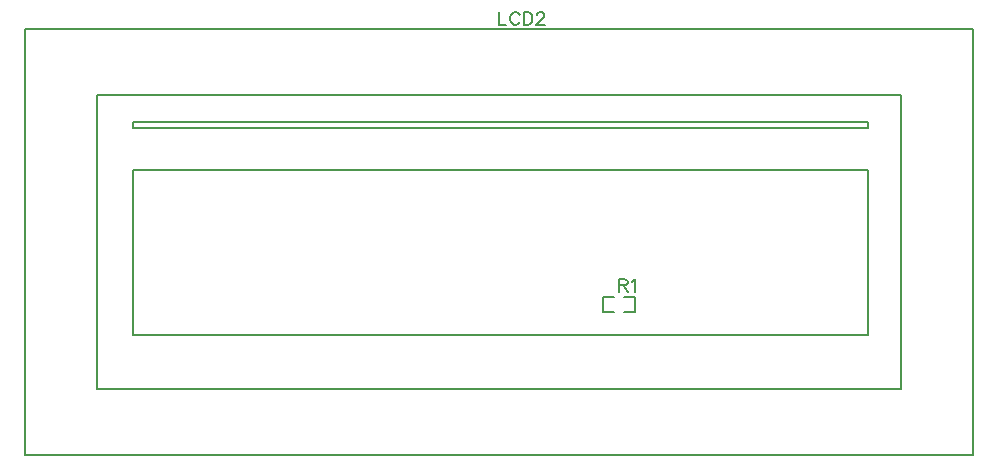
<source format=gto>
G04 Layer: TopSilkscreenLayer*
G04 EasyEDA v6.5.39, 2024-01-17 10:02:44*
G04 1fef0b057c1544a4ae72d55d562c7267,bea696f6f0d84e5180a10d4e04dd4222,10*
G04 Gerber Generator version 0.2*
G04 Scale: 100 percent, Rotated: No, Reflected: No *
G04 Dimensions in millimeters *
G04 leading zeros omitted , absolute positions ,4 integer and 5 decimal *
%FSLAX45Y45*%
%MOMM*%

%ADD10C,0.1524*%
%ADD11C,0.1999*%

%LPD*%
D10*
X4876800Y13958316D02*
G01*
X4876800Y13849350D01*
X4876800Y13849350D02*
G01*
X4939029Y13849350D01*
X5051297Y13932407D02*
G01*
X5046218Y13942821D01*
X5035804Y13953236D01*
X5025390Y13958316D01*
X5004561Y13958316D01*
X4994147Y13953236D01*
X4983734Y13942821D01*
X4978654Y13932407D01*
X4973320Y13916660D01*
X4973320Y13890752D01*
X4978654Y13875257D01*
X4983734Y13864844D01*
X4994147Y13854429D01*
X5004561Y13849350D01*
X5025390Y13849350D01*
X5035804Y13854429D01*
X5046218Y13864844D01*
X5051297Y13875257D01*
X5085588Y13958316D02*
G01*
X5085588Y13849350D01*
X5085588Y13958316D02*
G01*
X5121909Y13958316D01*
X5137658Y13953236D01*
X5148072Y13942821D01*
X5153152Y13932407D01*
X5158486Y13916660D01*
X5158486Y13890752D01*
X5153152Y13875257D01*
X5148072Y13864844D01*
X5137658Y13854429D01*
X5121909Y13849350D01*
X5085588Y13849350D01*
X5197856Y13932407D02*
G01*
X5197856Y13937487D01*
X5203190Y13947902D01*
X5208270Y13953236D01*
X5218684Y13958316D01*
X5239511Y13958316D01*
X5249925Y13953236D01*
X5255006Y13947902D01*
X5260340Y13937487D01*
X5260340Y13927074D01*
X5255006Y13916660D01*
X5244591Y13901166D01*
X5192775Y13849350D01*
X5265420Y13849350D01*
X5892800Y11697715D02*
G01*
X5892800Y11588750D01*
X5892800Y11697715D02*
G01*
X5939536Y11697715D01*
X5955029Y11692636D01*
X5960363Y11687302D01*
X5965443Y11676887D01*
X5965443Y11666474D01*
X5960363Y11656060D01*
X5955029Y11650979D01*
X5939536Y11645900D01*
X5892800Y11645900D01*
X5929122Y11645900D02*
G01*
X5965443Y11588750D01*
X5999734Y11676887D02*
G01*
X6010147Y11682221D01*
X6025895Y11697715D01*
X6025895Y11588750D01*
D11*
X1778000Y13030200D02*
G01*
X8001000Y13030200D01*
X8001000Y12979400D01*
X1778000Y12979400D01*
X1778000Y13030200D01*
X8890000Y13817600D02*
G01*
X8890000Y10210800D01*
X863600Y10210800D01*
X863600Y13817600D01*
X8890000Y13817600D01*
X8280400Y13258800D02*
G01*
X8280400Y10769600D01*
X1473200Y10769600D01*
X1473200Y13258800D01*
X8280400Y13258800D01*
X8001000Y12623800D02*
G01*
X8001000Y11226800D01*
X1778000Y11226800D01*
X1778000Y12623800D01*
X8001000Y12623800D01*
D10*
X5935421Y11414739D02*
G01*
X6031308Y11414739D01*
X6031308Y11546860D01*
X5935421Y11546860D01*
X5850178Y11414739D02*
G01*
X5754291Y11414739D01*
X5754291Y11546860D01*
X5850178Y11546860D01*
M02*

</source>
